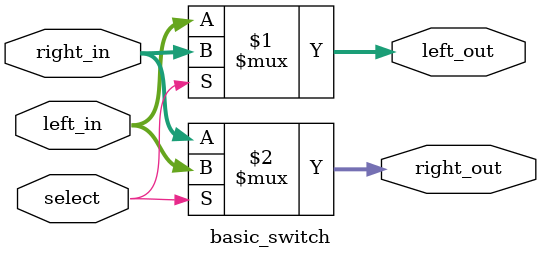
<source format=v>
module basic_switch(left_in, right_in, left_out, right_out, select);
    parameter WIDTH = 64;
    input [WIDTH-1:0] left_in, right_in;
    output [WIDTH-1:0] left_out, right_out;
    input select;

    assign left_out = select ? right_in : left_in;
    assign right_out = select ? left_in : right_in;
endmodule

</source>
